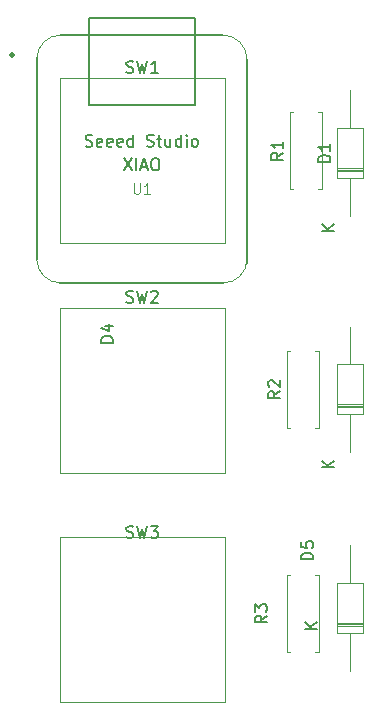
<source format=gbr>
%TF.GenerationSoftware,KiCad,Pcbnew,8.0.6*%
%TF.CreationDate,2024-10-22T22:58:12-04:00*%
%TF.ProjectId,Hackpad,4861636b-7061-4642-9e6b-696361645f70,rev?*%
%TF.SameCoordinates,Original*%
%TF.FileFunction,Legend,Top*%
%TF.FilePolarity,Positive*%
%FSLAX46Y46*%
G04 Gerber Fmt 4.6, Leading zero omitted, Abs format (unit mm)*
G04 Created by KiCad (PCBNEW 8.0.6) date 2024-10-22 22:58:12*
%MOMM*%
%LPD*%
G01*
G04 APERTURE LIST*
%ADD10C,0.101600*%
%ADD11C,0.150000*%
%ADD12C,0.127000*%
%ADD13C,0.120000*%
%ADD14C,0.254000*%
%ADD15C,0.025400*%
G04 APERTURE END LIST*
D10*
X144197666Y-67056985D02*
X144197666Y-67776652D01*
X144197666Y-67776652D02*
X144240000Y-67861318D01*
X144240000Y-67861318D02*
X144282333Y-67903652D01*
X144282333Y-67903652D02*
X144367000Y-67945985D01*
X144367000Y-67945985D02*
X144536333Y-67945985D01*
X144536333Y-67945985D02*
X144621000Y-67903652D01*
X144621000Y-67903652D02*
X144663333Y-67861318D01*
X144663333Y-67861318D02*
X144705666Y-67776652D01*
X144705666Y-67776652D02*
X144705666Y-67056985D01*
X145594666Y-67945985D02*
X145086666Y-67945985D01*
X145340666Y-67945985D02*
X145340666Y-67056985D01*
X145340666Y-67056985D02*
X145255999Y-67183985D01*
X145255999Y-67183985D02*
X145171333Y-67268652D01*
X145171333Y-67268652D02*
X145086666Y-67310985D01*
D11*
X143351191Y-64954819D02*
X144017857Y-65954819D01*
X144017857Y-64954819D02*
X143351191Y-65954819D01*
X144398810Y-65954819D02*
X144398810Y-64954819D01*
X144827381Y-65669104D02*
X145303571Y-65669104D01*
X144732143Y-65954819D02*
X145065476Y-64954819D01*
X145065476Y-64954819D02*
X145398809Y-65954819D01*
X145922619Y-64954819D02*
X146113095Y-64954819D01*
X146113095Y-64954819D02*
X146208333Y-65002438D01*
X146208333Y-65002438D02*
X146303571Y-65097676D01*
X146303571Y-65097676D02*
X146351190Y-65288152D01*
X146351190Y-65288152D02*
X146351190Y-65621485D01*
X146351190Y-65621485D02*
X146303571Y-65811961D01*
X146303571Y-65811961D02*
X146208333Y-65907200D01*
X146208333Y-65907200D02*
X146113095Y-65954819D01*
X146113095Y-65954819D02*
X145922619Y-65954819D01*
X145922619Y-65954819D02*
X145827381Y-65907200D01*
X145827381Y-65907200D02*
X145732143Y-65811961D01*
X145732143Y-65811961D02*
X145684524Y-65621485D01*
X145684524Y-65621485D02*
X145684524Y-65288152D01*
X145684524Y-65288152D02*
X145732143Y-65097676D01*
X145732143Y-65097676D02*
X145827381Y-65002438D01*
X145827381Y-65002438D02*
X145922619Y-64954819D01*
X140113095Y-63907200D02*
X140255952Y-63954819D01*
X140255952Y-63954819D02*
X140494047Y-63954819D01*
X140494047Y-63954819D02*
X140589285Y-63907200D01*
X140589285Y-63907200D02*
X140636904Y-63859580D01*
X140636904Y-63859580D02*
X140684523Y-63764342D01*
X140684523Y-63764342D02*
X140684523Y-63669104D01*
X140684523Y-63669104D02*
X140636904Y-63573866D01*
X140636904Y-63573866D02*
X140589285Y-63526247D01*
X140589285Y-63526247D02*
X140494047Y-63478628D01*
X140494047Y-63478628D02*
X140303571Y-63431009D01*
X140303571Y-63431009D02*
X140208333Y-63383390D01*
X140208333Y-63383390D02*
X140160714Y-63335771D01*
X140160714Y-63335771D02*
X140113095Y-63240533D01*
X140113095Y-63240533D02*
X140113095Y-63145295D01*
X140113095Y-63145295D02*
X140160714Y-63050057D01*
X140160714Y-63050057D02*
X140208333Y-63002438D01*
X140208333Y-63002438D02*
X140303571Y-62954819D01*
X140303571Y-62954819D02*
X140541666Y-62954819D01*
X140541666Y-62954819D02*
X140684523Y-63002438D01*
X141494047Y-63907200D02*
X141398809Y-63954819D01*
X141398809Y-63954819D02*
X141208333Y-63954819D01*
X141208333Y-63954819D02*
X141113095Y-63907200D01*
X141113095Y-63907200D02*
X141065476Y-63811961D01*
X141065476Y-63811961D02*
X141065476Y-63431009D01*
X141065476Y-63431009D02*
X141113095Y-63335771D01*
X141113095Y-63335771D02*
X141208333Y-63288152D01*
X141208333Y-63288152D02*
X141398809Y-63288152D01*
X141398809Y-63288152D02*
X141494047Y-63335771D01*
X141494047Y-63335771D02*
X141541666Y-63431009D01*
X141541666Y-63431009D02*
X141541666Y-63526247D01*
X141541666Y-63526247D02*
X141065476Y-63621485D01*
X142351190Y-63907200D02*
X142255952Y-63954819D01*
X142255952Y-63954819D02*
X142065476Y-63954819D01*
X142065476Y-63954819D02*
X141970238Y-63907200D01*
X141970238Y-63907200D02*
X141922619Y-63811961D01*
X141922619Y-63811961D02*
X141922619Y-63431009D01*
X141922619Y-63431009D02*
X141970238Y-63335771D01*
X141970238Y-63335771D02*
X142065476Y-63288152D01*
X142065476Y-63288152D02*
X142255952Y-63288152D01*
X142255952Y-63288152D02*
X142351190Y-63335771D01*
X142351190Y-63335771D02*
X142398809Y-63431009D01*
X142398809Y-63431009D02*
X142398809Y-63526247D01*
X142398809Y-63526247D02*
X141922619Y-63621485D01*
X143208333Y-63907200D02*
X143113095Y-63954819D01*
X143113095Y-63954819D02*
X142922619Y-63954819D01*
X142922619Y-63954819D02*
X142827381Y-63907200D01*
X142827381Y-63907200D02*
X142779762Y-63811961D01*
X142779762Y-63811961D02*
X142779762Y-63431009D01*
X142779762Y-63431009D02*
X142827381Y-63335771D01*
X142827381Y-63335771D02*
X142922619Y-63288152D01*
X142922619Y-63288152D02*
X143113095Y-63288152D01*
X143113095Y-63288152D02*
X143208333Y-63335771D01*
X143208333Y-63335771D02*
X143255952Y-63431009D01*
X143255952Y-63431009D02*
X143255952Y-63526247D01*
X143255952Y-63526247D02*
X142779762Y-63621485D01*
X144113095Y-63954819D02*
X144113095Y-62954819D01*
X144113095Y-63907200D02*
X144017857Y-63954819D01*
X144017857Y-63954819D02*
X143827381Y-63954819D01*
X143827381Y-63954819D02*
X143732143Y-63907200D01*
X143732143Y-63907200D02*
X143684524Y-63859580D01*
X143684524Y-63859580D02*
X143636905Y-63764342D01*
X143636905Y-63764342D02*
X143636905Y-63478628D01*
X143636905Y-63478628D02*
X143684524Y-63383390D01*
X143684524Y-63383390D02*
X143732143Y-63335771D01*
X143732143Y-63335771D02*
X143827381Y-63288152D01*
X143827381Y-63288152D02*
X144017857Y-63288152D01*
X144017857Y-63288152D02*
X144113095Y-63335771D01*
X145303572Y-63907200D02*
X145446429Y-63954819D01*
X145446429Y-63954819D02*
X145684524Y-63954819D01*
X145684524Y-63954819D02*
X145779762Y-63907200D01*
X145779762Y-63907200D02*
X145827381Y-63859580D01*
X145827381Y-63859580D02*
X145875000Y-63764342D01*
X145875000Y-63764342D02*
X145875000Y-63669104D01*
X145875000Y-63669104D02*
X145827381Y-63573866D01*
X145827381Y-63573866D02*
X145779762Y-63526247D01*
X145779762Y-63526247D02*
X145684524Y-63478628D01*
X145684524Y-63478628D02*
X145494048Y-63431009D01*
X145494048Y-63431009D02*
X145398810Y-63383390D01*
X145398810Y-63383390D02*
X145351191Y-63335771D01*
X145351191Y-63335771D02*
X145303572Y-63240533D01*
X145303572Y-63240533D02*
X145303572Y-63145295D01*
X145303572Y-63145295D02*
X145351191Y-63050057D01*
X145351191Y-63050057D02*
X145398810Y-63002438D01*
X145398810Y-63002438D02*
X145494048Y-62954819D01*
X145494048Y-62954819D02*
X145732143Y-62954819D01*
X145732143Y-62954819D02*
X145875000Y-63002438D01*
X146160715Y-63288152D02*
X146541667Y-63288152D01*
X146303572Y-62954819D02*
X146303572Y-63811961D01*
X146303572Y-63811961D02*
X146351191Y-63907200D01*
X146351191Y-63907200D02*
X146446429Y-63954819D01*
X146446429Y-63954819D02*
X146541667Y-63954819D01*
X147303572Y-63288152D02*
X147303572Y-63954819D01*
X146875001Y-63288152D02*
X146875001Y-63811961D01*
X146875001Y-63811961D02*
X146922620Y-63907200D01*
X146922620Y-63907200D02*
X147017858Y-63954819D01*
X147017858Y-63954819D02*
X147160715Y-63954819D01*
X147160715Y-63954819D02*
X147255953Y-63907200D01*
X147255953Y-63907200D02*
X147303572Y-63859580D01*
X148208334Y-63954819D02*
X148208334Y-62954819D01*
X148208334Y-63907200D02*
X148113096Y-63954819D01*
X148113096Y-63954819D02*
X147922620Y-63954819D01*
X147922620Y-63954819D02*
X147827382Y-63907200D01*
X147827382Y-63907200D02*
X147779763Y-63859580D01*
X147779763Y-63859580D02*
X147732144Y-63764342D01*
X147732144Y-63764342D02*
X147732144Y-63478628D01*
X147732144Y-63478628D02*
X147779763Y-63383390D01*
X147779763Y-63383390D02*
X147827382Y-63335771D01*
X147827382Y-63335771D02*
X147922620Y-63288152D01*
X147922620Y-63288152D02*
X148113096Y-63288152D01*
X148113096Y-63288152D02*
X148208334Y-63335771D01*
X148684525Y-63954819D02*
X148684525Y-63288152D01*
X148684525Y-62954819D02*
X148636906Y-63002438D01*
X148636906Y-63002438D02*
X148684525Y-63050057D01*
X148684525Y-63050057D02*
X148732144Y-63002438D01*
X148732144Y-63002438D02*
X148684525Y-62954819D01*
X148684525Y-62954819D02*
X148684525Y-63050057D01*
X149303572Y-63954819D02*
X149208334Y-63907200D01*
X149208334Y-63907200D02*
X149160715Y-63859580D01*
X149160715Y-63859580D02*
X149113096Y-63764342D01*
X149113096Y-63764342D02*
X149113096Y-63478628D01*
X149113096Y-63478628D02*
X149160715Y-63383390D01*
X149160715Y-63383390D02*
X149208334Y-63335771D01*
X149208334Y-63335771D02*
X149303572Y-63288152D01*
X149303572Y-63288152D02*
X149446429Y-63288152D01*
X149446429Y-63288152D02*
X149541667Y-63335771D01*
X149541667Y-63335771D02*
X149589286Y-63383390D01*
X149589286Y-63383390D02*
X149636905Y-63478628D01*
X149636905Y-63478628D02*
X149636905Y-63764342D01*
X149636905Y-63764342D02*
X149589286Y-63859580D01*
X149589286Y-63859580D02*
X149541667Y-63907200D01*
X149541667Y-63907200D02*
X149446429Y-63954819D01*
X149446429Y-63954819D02*
X149303572Y-63954819D01*
X143576667Y-97033200D02*
X143719524Y-97080819D01*
X143719524Y-97080819D02*
X143957619Y-97080819D01*
X143957619Y-97080819D02*
X144052857Y-97033200D01*
X144052857Y-97033200D02*
X144100476Y-96985580D01*
X144100476Y-96985580D02*
X144148095Y-96890342D01*
X144148095Y-96890342D02*
X144148095Y-96795104D01*
X144148095Y-96795104D02*
X144100476Y-96699866D01*
X144100476Y-96699866D02*
X144052857Y-96652247D01*
X144052857Y-96652247D02*
X143957619Y-96604628D01*
X143957619Y-96604628D02*
X143767143Y-96557009D01*
X143767143Y-96557009D02*
X143671905Y-96509390D01*
X143671905Y-96509390D02*
X143624286Y-96461771D01*
X143624286Y-96461771D02*
X143576667Y-96366533D01*
X143576667Y-96366533D02*
X143576667Y-96271295D01*
X143576667Y-96271295D02*
X143624286Y-96176057D01*
X143624286Y-96176057D02*
X143671905Y-96128438D01*
X143671905Y-96128438D02*
X143767143Y-96080819D01*
X143767143Y-96080819D02*
X144005238Y-96080819D01*
X144005238Y-96080819D02*
X144148095Y-96128438D01*
X144481429Y-96080819D02*
X144719524Y-97080819D01*
X144719524Y-97080819D02*
X144910000Y-96366533D01*
X144910000Y-96366533D02*
X145100476Y-97080819D01*
X145100476Y-97080819D02*
X145338572Y-96080819D01*
X145624286Y-96080819D02*
X146243333Y-96080819D01*
X146243333Y-96080819D02*
X145910000Y-96461771D01*
X145910000Y-96461771D02*
X146052857Y-96461771D01*
X146052857Y-96461771D02*
X146148095Y-96509390D01*
X146148095Y-96509390D02*
X146195714Y-96557009D01*
X146195714Y-96557009D02*
X146243333Y-96652247D01*
X146243333Y-96652247D02*
X146243333Y-96890342D01*
X146243333Y-96890342D02*
X146195714Y-96985580D01*
X146195714Y-96985580D02*
X146148095Y-97033200D01*
X146148095Y-97033200D02*
X146052857Y-97080819D01*
X146052857Y-97080819D02*
X145767143Y-97080819D01*
X145767143Y-97080819D02*
X145671905Y-97033200D01*
X145671905Y-97033200D02*
X145624286Y-96985580D01*
X143576667Y-77113200D02*
X143719524Y-77160819D01*
X143719524Y-77160819D02*
X143957619Y-77160819D01*
X143957619Y-77160819D02*
X144052857Y-77113200D01*
X144052857Y-77113200D02*
X144100476Y-77065580D01*
X144100476Y-77065580D02*
X144148095Y-76970342D01*
X144148095Y-76970342D02*
X144148095Y-76875104D01*
X144148095Y-76875104D02*
X144100476Y-76779866D01*
X144100476Y-76779866D02*
X144052857Y-76732247D01*
X144052857Y-76732247D02*
X143957619Y-76684628D01*
X143957619Y-76684628D02*
X143767143Y-76637009D01*
X143767143Y-76637009D02*
X143671905Y-76589390D01*
X143671905Y-76589390D02*
X143624286Y-76541771D01*
X143624286Y-76541771D02*
X143576667Y-76446533D01*
X143576667Y-76446533D02*
X143576667Y-76351295D01*
X143576667Y-76351295D02*
X143624286Y-76256057D01*
X143624286Y-76256057D02*
X143671905Y-76208438D01*
X143671905Y-76208438D02*
X143767143Y-76160819D01*
X143767143Y-76160819D02*
X144005238Y-76160819D01*
X144005238Y-76160819D02*
X144148095Y-76208438D01*
X144481429Y-76160819D02*
X144719524Y-77160819D01*
X144719524Y-77160819D02*
X144910000Y-76446533D01*
X144910000Y-76446533D02*
X145100476Y-77160819D01*
X145100476Y-77160819D02*
X145338572Y-76160819D01*
X145671905Y-76256057D02*
X145719524Y-76208438D01*
X145719524Y-76208438D02*
X145814762Y-76160819D01*
X145814762Y-76160819D02*
X146052857Y-76160819D01*
X146052857Y-76160819D02*
X146148095Y-76208438D01*
X146148095Y-76208438D02*
X146195714Y-76256057D01*
X146195714Y-76256057D02*
X146243333Y-76351295D01*
X146243333Y-76351295D02*
X146243333Y-76446533D01*
X146243333Y-76446533D02*
X146195714Y-76589390D01*
X146195714Y-76589390D02*
X145624286Y-77160819D01*
X145624286Y-77160819D02*
X146243333Y-77160819D01*
X143576667Y-57653200D02*
X143719524Y-57700819D01*
X143719524Y-57700819D02*
X143957619Y-57700819D01*
X143957619Y-57700819D02*
X144052857Y-57653200D01*
X144052857Y-57653200D02*
X144100476Y-57605580D01*
X144100476Y-57605580D02*
X144148095Y-57510342D01*
X144148095Y-57510342D02*
X144148095Y-57415104D01*
X144148095Y-57415104D02*
X144100476Y-57319866D01*
X144100476Y-57319866D02*
X144052857Y-57272247D01*
X144052857Y-57272247D02*
X143957619Y-57224628D01*
X143957619Y-57224628D02*
X143767143Y-57177009D01*
X143767143Y-57177009D02*
X143671905Y-57129390D01*
X143671905Y-57129390D02*
X143624286Y-57081771D01*
X143624286Y-57081771D02*
X143576667Y-56986533D01*
X143576667Y-56986533D02*
X143576667Y-56891295D01*
X143576667Y-56891295D02*
X143624286Y-56796057D01*
X143624286Y-56796057D02*
X143671905Y-56748438D01*
X143671905Y-56748438D02*
X143767143Y-56700819D01*
X143767143Y-56700819D02*
X144005238Y-56700819D01*
X144005238Y-56700819D02*
X144148095Y-56748438D01*
X144481429Y-56700819D02*
X144719524Y-57700819D01*
X144719524Y-57700819D02*
X144910000Y-56986533D01*
X144910000Y-56986533D02*
X145100476Y-57700819D01*
X145100476Y-57700819D02*
X145338572Y-56700819D01*
X146243333Y-57700819D02*
X145671905Y-57700819D01*
X145957619Y-57700819D02*
X145957619Y-56700819D01*
X145957619Y-56700819D02*
X145862381Y-56843676D01*
X145862381Y-56843676D02*
X145767143Y-56938914D01*
X145767143Y-56938914D02*
X145671905Y-56986533D01*
X155454819Y-103666666D02*
X154978628Y-103999999D01*
X155454819Y-104238094D02*
X154454819Y-104238094D01*
X154454819Y-104238094D02*
X154454819Y-103857142D01*
X154454819Y-103857142D02*
X154502438Y-103761904D01*
X154502438Y-103761904D02*
X154550057Y-103714285D01*
X154550057Y-103714285D02*
X154645295Y-103666666D01*
X154645295Y-103666666D02*
X154788152Y-103666666D01*
X154788152Y-103666666D02*
X154883390Y-103714285D01*
X154883390Y-103714285D02*
X154931009Y-103761904D01*
X154931009Y-103761904D02*
X154978628Y-103857142D01*
X154978628Y-103857142D02*
X154978628Y-104238094D01*
X154454819Y-103333332D02*
X154454819Y-102714285D01*
X154454819Y-102714285D02*
X154835771Y-103047618D01*
X154835771Y-103047618D02*
X154835771Y-102904761D01*
X154835771Y-102904761D02*
X154883390Y-102809523D01*
X154883390Y-102809523D02*
X154931009Y-102761904D01*
X154931009Y-102761904D02*
X155026247Y-102714285D01*
X155026247Y-102714285D02*
X155264342Y-102714285D01*
X155264342Y-102714285D02*
X155359580Y-102761904D01*
X155359580Y-102761904D02*
X155407200Y-102809523D01*
X155407200Y-102809523D02*
X155454819Y-102904761D01*
X155454819Y-102904761D02*
X155454819Y-103190475D01*
X155454819Y-103190475D02*
X155407200Y-103285713D01*
X155407200Y-103285713D02*
X155359580Y-103333332D01*
X156584819Y-84666666D02*
X156108628Y-84999999D01*
X156584819Y-85238094D02*
X155584819Y-85238094D01*
X155584819Y-85238094D02*
X155584819Y-84857142D01*
X155584819Y-84857142D02*
X155632438Y-84761904D01*
X155632438Y-84761904D02*
X155680057Y-84714285D01*
X155680057Y-84714285D02*
X155775295Y-84666666D01*
X155775295Y-84666666D02*
X155918152Y-84666666D01*
X155918152Y-84666666D02*
X156013390Y-84714285D01*
X156013390Y-84714285D02*
X156061009Y-84761904D01*
X156061009Y-84761904D02*
X156108628Y-84857142D01*
X156108628Y-84857142D02*
X156108628Y-85238094D01*
X155680057Y-84285713D02*
X155632438Y-84238094D01*
X155632438Y-84238094D02*
X155584819Y-84142856D01*
X155584819Y-84142856D02*
X155584819Y-83904761D01*
X155584819Y-83904761D02*
X155632438Y-83809523D01*
X155632438Y-83809523D02*
X155680057Y-83761904D01*
X155680057Y-83761904D02*
X155775295Y-83714285D01*
X155775295Y-83714285D02*
X155870533Y-83714285D01*
X155870533Y-83714285D02*
X156013390Y-83761904D01*
X156013390Y-83761904D02*
X156584819Y-84333332D01*
X156584819Y-84333332D02*
X156584819Y-83714285D01*
X156834819Y-64476666D02*
X156358628Y-64809999D01*
X156834819Y-65048094D02*
X155834819Y-65048094D01*
X155834819Y-65048094D02*
X155834819Y-64667142D01*
X155834819Y-64667142D02*
X155882438Y-64571904D01*
X155882438Y-64571904D02*
X155930057Y-64524285D01*
X155930057Y-64524285D02*
X156025295Y-64476666D01*
X156025295Y-64476666D02*
X156168152Y-64476666D01*
X156168152Y-64476666D02*
X156263390Y-64524285D01*
X156263390Y-64524285D02*
X156311009Y-64571904D01*
X156311009Y-64571904D02*
X156358628Y-64667142D01*
X156358628Y-64667142D02*
X156358628Y-65048094D01*
X156834819Y-63524285D02*
X156834819Y-64095713D01*
X156834819Y-63809999D02*
X155834819Y-63809999D01*
X155834819Y-63809999D02*
X155977676Y-63905237D01*
X155977676Y-63905237D02*
X156072914Y-64000475D01*
X156072914Y-64000475D02*
X156120533Y-64095713D01*
X159384819Y-98888094D02*
X158384819Y-98888094D01*
X158384819Y-98888094D02*
X158384819Y-98649999D01*
X158384819Y-98649999D02*
X158432438Y-98507142D01*
X158432438Y-98507142D02*
X158527676Y-98411904D01*
X158527676Y-98411904D02*
X158622914Y-98364285D01*
X158622914Y-98364285D02*
X158813390Y-98316666D01*
X158813390Y-98316666D02*
X158956247Y-98316666D01*
X158956247Y-98316666D02*
X159146723Y-98364285D01*
X159146723Y-98364285D02*
X159241961Y-98411904D01*
X159241961Y-98411904D02*
X159337200Y-98507142D01*
X159337200Y-98507142D02*
X159384819Y-98649999D01*
X159384819Y-98649999D02*
X159384819Y-98888094D01*
X158384819Y-97411904D02*
X158384819Y-97888094D01*
X158384819Y-97888094D02*
X158861009Y-97935713D01*
X158861009Y-97935713D02*
X158813390Y-97888094D01*
X158813390Y-97888094D02*
X158765771Y-97792856D01*
X158765771Y-97792856D02*
X158765771Y-97554761D01*
X158765771Y-97554761D02*
X158813390Y-97459523D01*
X158813390Y-97459523D02*
X158861009Y-97411904D01*
X158861009Y-97411904D02*
X158956247Y-97364285D01*
X158956247Y-97364285D02*
X159194342Y-97364285D01*
X159194342Y-97364285D02*
X159289580Y-97411904D01*
X159289580Y-97411904D02*
X159337200Y-97459523D01*
X159337200Y-97459523D02*
X159384819Y-97554761D01*
X159384819Y-97554761D02*
X159384819Y-97792856D01*
X159384819Y-97792856D02*
X159337200Y-97888094D01*
X159337200Y-97888094D02*
X159289580Y-97935713D01*
X159704819Y-104761904D02*
X158704819Y-104761904D01*
X159704819Y-104190476D02*
X159133390Y-104619047D01*
X158704819Y-104190476D02*
X159276247Y-104761904D01*
X142434819Y-80538094D02*
X141434819Y-80538094D01*
X141434819Y-80538094D02*
X141434819Y-80299999D01*
X141434819Y-80299999D02*
X141482438Y-80157142D01*
X141482438Y-80157142D02*
X141577676Y-80061904D01*
X141577676Y-80061904D02*
X141672914Y-80014285D01*
X141672914Y-80014285D02*
X141863390Y-79966666D01*
X141863390Y-79966666D02*
X142006247Y-79966666D01*
X142006247Y-79966666D02*
X142196723Y-80014285D01*
X142196723Y-80014285D02*
X142291961Y-80061904D01*
X142291961Y-80061904D02*
X142387200Y-80157142D01*
X142387200Y-80157142D02*
X142434819Y-80299999D01*
X142434819Y-80299999D02*
X142434819Y-80538094D01*
X141768152Y-79109523D02*
X142434819Y-79109523D01*
X141387200Y-79347618D02*
X142101485Y-79585713D01*
X142101485Y-79585713D02*
X142101485Y-78966666D01*
X161154819Y-91111904D02*
X160154819Y-91111904D01*
X161154819Y-90540476D02*
X160583390Y-90969047D01*
X160154819Y-90540476D02*
X160726247Y-91111904D01*
X160834819Y-65238094D02*
X159834819Y-65238094D01*
X159834819Y-65238094D02*
X159834819Y-64999999D01*
X159834819Y-64999999D02*
X159882438Y-64857142D01*
X159882438Y-64857142D02*
X159977676Y-64761904D01*
X159977676Y-64761904D02*
X160072914Y-64714285D01*
X160072914Y-64714285D02*
X160263390Y-64666666D01*
X160263390Y-64666666D02*
X160406247Y-64666666D01*
X160406247Y-64666666D02*
X160596723Y-64714285D01*
X160596723Y-64714285D02*
X160691961Y-64761904D01*
X160691961Y-64761904D02*
X160787200Y-64857142D01*
X160787200Y-64857142D02*
X160834819Y-64999999D01*
X160834819Y-64999999D02*
X160834819Y-65238094D01*
X160834819Y-63714285D02*
X160834819Y-64285713D01*
X160834819Y-63999999D02*
X159834819Y-63999999D01*
X159834819Y-63999999D02*
X159977676Y-64095237D01*
X159977676Y-64095237D02*
X160072914Y-64190475D01*
X160072914Y-64190475D02*
X160120533Y-64285713D01*
X161154819Y-71111904D02*
X160154819Y-71111904D01*
X161154819Y-70540476D02*
X160583390Y-70969047D01*
X160154819Y-70540476D02*
X160726247Y-71111904D01*
D12*
%TO.C,U1*%
X153775000Y-73500000D02*
X153775000Y-56500000D01*
X149375000Y-60429270D02*
X140375000Y-60429270D01*
X149375000Y-53075970D02*
X149375000Y-60429270D01*
X135975000Y-56500000D02*
X135975000Y-73500000D01*
X140375000Y-53075970D02*
X149375000Y-53075970D01*
X151775000Y-54500910D02*
X137975000Y-54500910D01*
X140375000Y-60429270D02*
X140375000Y-53075970D01*
X137975000Y-75500000D02*
X151775000Y-75500000D01*
D13*
X153775000Y-73500000D02*
G75*
G02*
X151775000Y-75500000I-2000000J0D01*
G01*
X151775000Y-54500000D02*
G75*
G02*
X153775000Y-56500000I-44610J-2044610D01*
G01*
X137975000Y-75500000D02*
G75*
G02*
X135975000Y-73500000I44857J2044857D01*
G01*
X135975000Y-56500000D02*
G75*
G02*
X137975000Y-54500000I2044612J-44612D01*
G01*
D14*
X134002000Y-56200000D02*
G75*
G02*
X133748000Y-56200000I-127000J0D01*
G01*
X133748000Y-56200000D02*
G75*
G02*
X134002000Y-56200000I127000J0D01*
G01*
D15*
X153762713Y-73570850D02*
X153759665Y-73619618D01*
X153755601Y-73668639D01*
X153750268Y-73717407D01*
X153743664Y-73766175D01*
X153736044Y-73814690D01*
X153727153Y-73862950D01*
X153717248Y-73910955D01*
X153764492Y-73521574D01*
X153762713Y-73570850D01*
X135987285Y-56438295D02*
X135990333Y-56389527D01*
X135994397Y-56340506D01*
X135987285Y-56438295D01*
D13*
%TO.C,SW3*%
X137925000Y-97015000D02*
X151895000Y-97015000D01*
X137925000Y-110985000D02*
X137925000Y-97015000D01*
X151895000Y-97015000D02*
X151895000Y-110985000D01*
X151895000Y-110985000D02*
X137925000Y-110985000D01*
%TO.C,SW2*%
X137925000Y-77595000D02*
X151895000Y-77595000D01*
X137925000Y-91565000D02*
X137925000Y-77595000D01*
X151895000Y-77595000D02*
X151895000Y-91565000D01*
X151895000Y-91565000D02*
X137925000Y-91565000D01*
%TO.C,SW1*%
X137925000Y-58135000D02*
X151895000Y-58135000D01*
X137925000Y-72105000D02*
X137925000Y-58135000D01*
X151895000Y-58135000D02*
X151895000Y-72105000D01*
X151895000Y-72105000D02*
X137925000Y-72105000D01*
%TO.C,R3*%
X159870000Y-100230000D02*
X159540000Y-100230000D01*
X157130000Y-100230000D02*
X157460000Y-100230000D01*
X159870000Y-106770000D02*
X159870000Y-100230000D01*
X159540000Y-106770000D02*
X159870000Y-106770000D01*
X157460000Y-106770000D02*
X157130000Y-106770000D01*
X157130000Y-106770000D02*
X157130000Y-100230000D01*
%TO.C,R2*%
X159870000Y-81230000D02*
X159540000Y-81230000D01*
X157130000Y-81230000D02*
X157460000Y-81230000D01*
X159870000Y-87770000D02*
X159870000Y-81230000D01*
X159540000Y-87770000D02*
X159870000Y-87770000D01*
X157460000Y-87770000D02*
X157130000Y-87770000D01*
X157130000Y-87770000D02*
X157130000Y-81230000D01*
%TO.C,R1*%
X157380000Y-67580000D02*
X157380000Y-61040000D01*
X157710000Y-67580000D02*
X157380000Y-67580000D01*
X159790000Y-67580000D02*
X160120000Y-67580000D01*
X160120000Y-67580000D02*
X160120000Y-61040000D01*
X157380000Y-61040000D02*
X157710000Y-61040000D01*
X160120000Y-61040000D02*
X159790000Y-61040000D01*
%TO.C,D5*%
X162500000Y-97690000D02*
X162500000Y-100880000D01*
X163620000Y-100880000D02*
X161380000Y-100880000D01*
X161380000Y-100880000D02*
X161380000Y-105120000D01*
X161380000Y-104280000D02*
X163620000Y-104280000D01*
X161380000Y-104400000D02*
X163620000Y-104400000D01*
X161380000Y-104520000D02*
X163620000Y-104520000D01*
X163620000Y-105120000D02*
X163620000Y-100880000D01*
X161380000Y-105120000D02*
X163620000Y-105120000D01*
X162500000Y-108310000D02*
X162500000Y-105120000D01*
%TO.C,D4*%
X162500000Y-79190000D02*
X162500000Y-82380000D01*
X163620000Y-82380000D02*
X161380000Y-82380000D01*
X161380000Y-82380000D02*
X161380000Y-86620000D01*
X161380000Y-85780000D02*
X163620000Y-85780000D01*
X161380000Y-85900000D02*
X163620000Y-85900000D01*
X161380000Y-86020000D02*
X163620000Y-86020000D01*
X163620000Y-86620000D02*
X163620000Y-82380000D01*
X161380000Y-86620000D02*
X163620000Y-86620000D01*
X162500000Y-89810000D02*
X162500000Y-86620000D01*
%TO.C,D1*%
X162500000Y-69810000D02*
X162500000Y-66620000D01*
X161380000Y-66620000D02*
X163620000Y-66620000D01*
X163620000Y-66620000D02*
X163620000Y-62380000D01*
X161380000Y-66020000D02*
X163620000Y-66020000D01*
X161380000Y-65900000D02*
X163620000Y-65900000D01*
X161380000Y-65780000D02*
X163620000Y-65780000D01*
X161380000Y-62380000D02*
X161380000Y-66620000D01*
X163620000Y-62380000D02*
X161380000Y-62380000D01*
X162500000Y-59190000D02*
X162500000Y-62380000D01*
%TD*%
M02*

</source>
